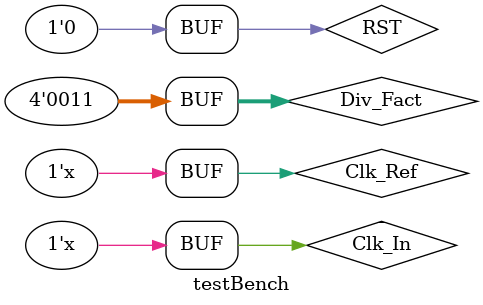
<source format=v>
`timescale 1ns / 1ps


module testBench;

	// Inputs
	reg [3:0]Div_Fact;
	reg RST;
	reg Clk_Ref;
	reg Clk_In;

	// Outputs
	wire Clk_Out;

	// Instantiate the Unit Under Test (UUT)
	clkDivider uut (
		.Div_Fact(Div_Fact), 
		.RST(RST), 
		.Clk_Ref(Clk_Ref), 
		.Clk_In(Clk_In), 
		.Clk_Out(Clk_Out)
	);
	
	
	always #(0.1) Clk_Ref = ~Clk_Ref; //100MHz

	always #(10) Clk_In = ~Clk_In;
	
	initial begin
		// Initialize Inputs
		Div_Fact = 4'd4;
		RST = 1'b1;
		Clk_Ref=0;
		Clk_In=0;
		// Wait 100 ns for global reset to finish
		#100;
		RST =1'b0;
        
		  
		#500;
		
		Div_Fact=4'd5;
		#500;
		
		
		Div_Fact=4'd10;
		#500;
		
		Div_Fact=4'd3;
		#500;
		// Add stimulus here

	end
      
endmodule


</source>
